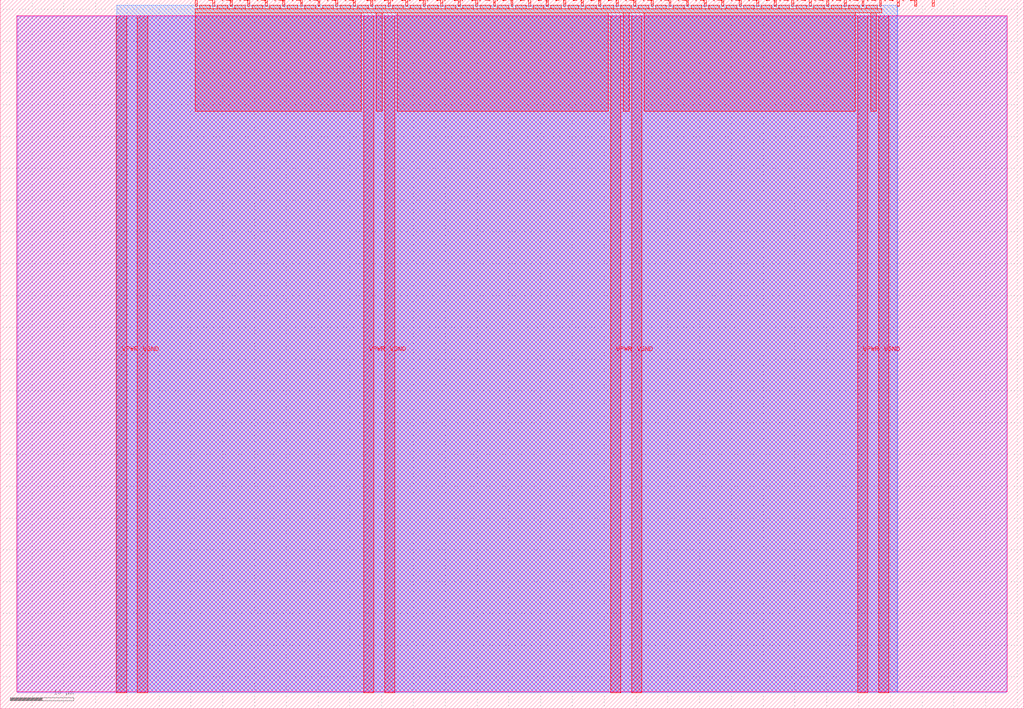
<source format=lef>
VERSION 5.7 ;
  NOWIREEXTENSIONATPIN ON ;
  DIVIDERCHAR "/" ;
  BUSBITCHARS "[]" ;
MACRO tt_um_wokwi_413923150973445121
  CLASS BLOCK ;
  FOREIGN tt_um_wokwi_413923150973445121 ;
  ORIGIN 0.000 0.000 ;
  SIZE 161.000 BY 111.520 ;
  PIN VGND
    DIRECTION INOUT ;
    USE GROUND ;
    PORT
      LAYER met4 ;
        RECT 21.580 2.480 23.180 109.040 ;
    END
    PORT
      LAYER met4 ;
        RECT 60.450 2.480 62.050 109.040 ;
    END
    PORT
      LAYER met4 ;
        RECT 99.320 2.480 100.920 109.040 ;
    END
    PORT
      LAYER met4 ;
        RECT 138.190 2.480 139.790 109.040 ;
    END
  END VGND
  PIN VPWR
    DIRECTION INOUT ;
    USE POWER ;
    PORT
      LAYER met4 ;
        RECT 18.280 2.480 19.880 109.040 ;
    END
    PORT
      LAYER met4 ;
        RECT 57.150 2.480 58.750 109.040 ;
    END
    PORT
      LAYER met4 ;
        RECT 96.020 2.480 97.620 109.040 ;
    END
    PORT
      LAYER met4 ;
        RECT 134.890 2.480 136.490 109.040 ;
    END
  END VPWR
  PIN clk
    DIRECTION INPUT ;
    USE SIGNAL ;
    PORT
      LAYER met4 ;
        RECT 143.830 110.520 144.130 111.520 ;
    END
  END clk
  PIN ena
    DIRECTION INPUT ;
    USE SIGNAL ;
    PORT
      LAYER met4 ;
        RECT 146.590 110.520 146.890 111.520 ;
    END
  END ena
  PIN rst_n
    DIRECTION INPUT ;
    USE SIGNAL ;
    PORT
      LAYER met4 ;
        RECT 141.070 110.520 141.370 111.520 ;
    END
  END rst_n
  PIN ui_in[0]
    DIRECTION INPUT ;
    USE SIGNAL ;
    ANTENNAGATEAREA 0.196500 ;
    PORT
      LAYER met4 ;
        RECT 138.310 110.520 138.610 111.520 ;
    END
  END ui_in[0]
  PIN ui_in[1]
    DIRECTION INPUT ;
    USE SIGNAL ;
    ANTENNAGATEAREA 0.196500 ;
    PORT
      LAYER met4 ;
        RECT 135.550 110.520 135.850 111.520 ;
    END
  END ui_in[1]
  PIN ui_in[2]
    DIRECTION INPUT ;
    USE SIGNAL ;
    ANTENNAGATEAREA 0.196500 ;
    PORT
      LAYER met4 ;
        RECT 132.790 110.520 133.090 111.520 ;
    END
  END ui_in[2]
  PIN ui_in[3]
    DIRECTION INPUT ;
    USE SIGNAL ;
    ANTENNAGATEAREA 0.196500 ;
    PORT
      LAYER met4 ;
        RECT 130.030 110.520 130.330 111.520 ;
    END
  END ui_in[3]
  PIN ui_in[4]
    DIRECTION INPUT ;
    USE SIGNAL ;
    PORT
      LAYER met4 ;
        RECT 127.270 110.520 127.570 111.520 ;
    END
  END ui_in[4]
  PIN ui_in[5]
    DIRECTION INPUT ;
    USE SIGNAL ;
    ANTENNAGATEAREA 0.159000 ;
    PORT
      LAYER met4 ;
        RECT 124.510 110.520 124.810 111.520 ;
    END
  END ui_in[5]
  PIN ui_in[6]
    DIRECTION INPUT ;
    USE SIGNAL ;
    ANTENNAGATEAREA 0.159000 ;
    PORT
      LAYER met4 ;
        RECT 121.750 110.520 122.050 111.520 ;
    END
  END ui_in[6]
  PIN ui_in[7]
    DIRECTION INPUT ;
    USE SIGNAL ;
    ANTENNAGATEAREA 0.159000 ;
    PORT
      LAYER met4 ;
        RECT 118.990 110.520 119.290 111.520 ;
    END
  END ui_in[7]
  PIN uio_in[0]
    DIRECTION INPUT ;
    USE SIGNAL ;
    PORT
      LAYER met4 ;
        RECT 116.230 110.520 116.530 111.520 ;
    END
  END uio_in[0]
  PIN uio_in[1]
    DIRECTION INPUT ;
    USE SIGNAL ;
    PORT
      LAYER met4 ;
        RECT 113.470 110.520 113.770 111.520 ;
    END
  END uio_in[1]
  PIN uio_in[2]
    DIRECTION INPUT ;
    USE SIGNAL ;
    PORT
      LAYER met4 ;
        RECT 110.710 110.520 111.010 111.520 ;
    END
  END uio_in[2]
  PIN uio_in[3]
    DIRECTION INPUT ;
    USE SIGNAL ;
    PORT
      LAYER met4 ;
        RECT 107.950 110.520 108.250 111.520 ;
    END
  END uio_in[3]
  PIN uio_in[4]
    DIRECTION INPUT ;
    USE SIGNAL ;
    PORT
      LAYER met4 ;
        RECT 105.190 110.520 105.490 111.520 ;
    END
  END uio_in[4]
  PIN uio_in[5]
    DIRECTION INPUT ;
    USE SIGNAL ;
    PORT
      LAYER met4 ;
        RECT 102.430 110.520 102.730 111.520 ;
    END
  END uio_in[5]
  PIN uio_in[6]
    DIRECTION INPUT ;
    USE SIGNAL ;
    PORT
      LAYER met4 ;
        RECT 99.670 110.520 99.970 111.520 ;
    END
  END uio_in[6]
  PIN uio_in[7]
    DIRECTION INPUT ;
    USE SIGNAL ;
    PORT
      LAYER met4 ;
        RECT 96.910 110.520 97.210 111.520 ;
    END
  END uio_in[7]
  PIN uio_oe[0]
    DIRECTION OUTPUT ;
    USE SIGNAL ;
    PORT
      LAYER met4 ;
        RECT 49.990 110.520 50.290 111.520 ;
    END
  END uio_oe[0]
  PIN uio_oe[1]
    DIRECTION OUTPUT ;
    USE SIGNAL ;
    PORT
      LAYER met4 ;
        RECT 47.230 110.520 47.530 111.520 ;
    END
  END uio_oe[1]
  PIN uio_oe[2]
    DIRECTION OUTPUT ;
    USE SIGNAL ;
    PORT
      LAYER met4 ;
        RECT 44.470 110.520 44.770 111.520 ;
    END
  END uio_oe[2]
  PIN uio_oe[3]
    DIRECTION OUTPUT ;
    USE SIGNAL ;
    PORT
      LAYER met4 ;
        RECT 41.710 110.520 42.010 111.520 ;
    END
  END uio_oe[3]
  PIN uio_oe[4]
    DIRECTION OUTPUT ;
    USE SIGNAL ;
    PORT
      LAYER met4 ;
        RECT 38.950 110.520 39.250 111.520 ;
    END
  END uio_oe[4]
  PIN uio_oe[5]
    DIRECTION OUTPUT ;
    USE SIGNAL ;
    PORT
      LAYER met4 ;
        RECT 36.190 110.520 36.490 111.520 ;
    END
  END uio_oe[5]
  PIN uio_oe[6]
    DIRECTION OUTPUT ;
    USE SIGNAL ;
    PORT
      LAYER met4 ;
        RECT 33.430 110.520 33.730 111.520 ;
    END
  END uio_oe[6]
  PIN uio_oe[7]
    DIRECTION OUTPUT ;
    USE SIGNAL ;
    PORT
      LAYER met4 ;
        RECT 30.670 110.520 30.970 111.520 ;
    END
  END uio_oe[7]
  PIN uio_out[0]
    DIRECTION OUTPUT ;
    USE SIGNAL ;
    PORT
      LAYER met4 ;
        RECT 72.070 110.520 72.370 111.520 ;
    END
  END uio_out[0]
  PIN uio_out[1]
    DIRECTION OUTPUT ;
    USE SIGNAL ;
    PORT
      LAYER met4 ;
        RECT 69.310 110.520 69.610 111.520 ;
    END
  END uio_out[1]
  PIN uio_out[2]
    DIRECTION OUTPUT ;
    USE SIGNAL ;
    PORT
      LAYER met4 ;
        RECT 66.550 110.520 66.850 111.520 ;
    END
  END uio_out[2]
  PIN uio_out[3]
    DIRECTION OUTPUT ;
    USE SIGNAL ;
    PORT
      LAYER met4 ;
        RECT 63.790 110.520 64.090 111.520 ;
    END
  END uio_out[3]
  PIN uio_out[4]
    DIRECTION OUTPUT ;
    USE SIGNAL ;
    PORT
      LAYER met4 ;
        RECT 61.030 110.520 61.330 111.520 ;
    END
  END uio_out[4]
  PIN uio_out[5]
    DIRECTION OUTPUT ;
    USE SIGNAL ;
    PORT
      LAYER met4 ;
        RECT 58.270 110.520 58.570 111.520 ;
    END
  END uio_out[5]
  PIN uio_out[6]
    DIRECTION OUTPUT ;
    USE SIGNAL ;
    PORT
      LAYER met4 ;
        RECT 55.510 110.520 55.810 111.520 ;
    END
  END uio_out[6]
  PIN uio_out[7]
    DIRECTION OUTPUT ;
    USE SIGNAL ;
    PORT
      LAYER met4 ;
        RECT 52.750 110.520 53.050 111.520 ;
    END
  END uio_out[7]
  PIN uo_out[0]
    DIRECTION OUTPUT ;
    USE SIGNAL ;
    ANTENNADIFFAREA 0.795200 ;
    PORT
      LAYER met4 ;
        RECT 94.150 110.520 94.450 111.520 ;
    END
  END uo_out[0]
  PIN uo_out[1]
    DIRECTION OUTPUT ;
    USE SIGNAL ;
    ANTENNADIFFAREA 0.795200 ;
    PORT
      LAYER met4 ;
        RECT 91.390 110.520 91.690 111.520 ;
    END
  END uo_out[1]
  PIN uo_out[2]
    DIRECTION OUTPUT ;
    USE SIGNAL ;
    PORT
      LAYER met4 ;
        RECT 88.630 110.520 88.930 111.520 ;
    END
  END uo_out[2]
  PIN uo_out[3]
    DIRECTION OUTPUT ;
    USE SIGNAL ;
    PORT
      LAYER met4 ;
        RECT 85.870 110.520 86.170 111.520 ;
    END
  END uo_out[3]
  PIN uo_out[4]
    DIRECTION OUTPUT ;
    USE SIGNAL ;
    PORT
      LAYER met4 ;
        RECT 83.110 110.520 83.410 111.520 ;
    END
  END uo_out[4]
  PIN uo_out[5]
    DIRECTION OUTPUT ;
    USE SIGNAL ;
    ANTENNADIFFAREA 0.445500 ;
    PORT
      LAYER met4 ;
        RECT 80.350 110.520 80.650 111.520 ;
    END
  END uo_out[5]
  PIN uo_out[6]
    DIRECTION OUTPUT ;
    USE SIGNAL ;
    ANTENNADIFFAREA 0.445500 ;
    PORT
      LAYER met4 ;
        RECT 77.590 110.520 77.890 111.520 ;
    END
  END uo_out[6]
  PIN uo_out[7]
    DIRECTION OUTPUT ;
    USE SIGNAL ;
    ANTENNADIFFAREA 0.445500 ;
    PORT
      LAYER met4 ;
        RECT 74.830 110.520 75.130 111.520 ;
    END
  END uo_out[7]
  OBS
      LAYER nwell ;
        RECT 2.570 2.635 158.430 108.990 ;
      LAYER li1 ;
        RECT 2.760 2.635 158.240 108.885 ;
      LAYER met1 ;
        RECT 2.760 2.480 158.240 109.040 ;
      LAYER met2 ;
        RECT 18.310 2.535 141.130 110.685 ;
      LAYER met3 ;
        RECT 18.290 2.555 141.155 110.665 ;
      LAYER met4 ;
        RECT 31.370 110.120 33.030 110.665 ;
        RECT 34.130 110.120 35.790 110.665 ;
        RECT 36.890 110.120 38.550 110.665 ;
        RECT 39.650 110.120 41.310 110.665 ;
        RECT 42.410 110.120 44.070 110.665 ;
        RECT 45.170 110.120 46.830 110.665 ;
        RECT 47.930 110.120 49.590 110.665 ;
        RECT 50.690 110.120 52.350 110.665 ;
        RECT 53.450 110.120 55.110 110.665 ;
        RECT 56.210 110.120 57.870 110.665 ;
        RECT 58.970 110.120 60.630 110.665 ;
        RECT 61.730 110.120 63.390 110.665 ;
        RECT 64.490 110.120 66.150 110.665 ;
        RECT 67.250 110.120 68.910 110.665 ;
        RECT 70.010 110.120 71.670 110.665 ;
        RECT 72.770 110.120 74.430 110.665 ;
        RECT 75.530 110.120 77.190 110.665 ;
        RECT 78.290 110.120 79.950 110.665 ;
        RECT 81.050 110.120 82.710 110.665 ;
        RECT 83.810 110.120 85.470 110.665 ;
        RECT 86.570 110.120 88.230 110.665 ;
        RECT 89.330 110.120 90.990 110.665 ;
        RECT 92.090 110.120 93.750 110.665 ;
        RECT 94.850 110.120 96.510 110.665 ;
        RECT 97.610 110.120 99.270 110.665 ;
        RECT 100.370 110.120 102.030 110.665 ;
        RECT 103.130 110.120 104.790 110.665 ;
        RECT 105.890 110.120 107.550 110.665 ;
        RECT 108.650 110.120 110.310 110.665 ;
        RECT 111.410 110.120 113.070 110.665 ;
        RECT 114.170 110.120 115.830 110.665 ;
        RECT 116.930 110.120 118.590 110.665 ;
        RECT 119.690 110.120 121.350 110.665 ;
        RECT 122.450 110.120 124.110 110.665 ;
        RECT 125.210 110.120 126.870 110.665 ;
        RECT 127.970 110.120 129.630 110.665 ;
        RECT 130.730 110.120 132.390 110.665 ;
        RECT 133.490 110.120 135.150 110.665 ;
        RECT 136.250 110.120 137.910 110.665 ;
        RECT 30.655 109.440 138.625 110.120 ;
        RECT 30.655 94.015 56.750 109.440 ;
        RECT 59.150 94.015 60.050 109.440 ;
        RECT 62.450 94.015 95.620 109.440 ;
        RECT 98.020 94.015 98.920 109.440 ;
        RECT 101.320 94.015 134.490 109.440 ;
        RECT 136.890 94.015 137.790 109.440 ;
  END
END tt_um_wokwi_413923150973445121
END LIBRARY


</source>
